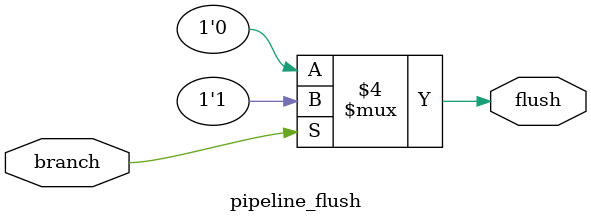
<source format=sv>
module pipeline_flush (
  input logic branch,
  output logic flush
);

  always_comb begin
    if (branch == 1'b1)
      flush = 1'b1;
    else
      flush = 1'b0;
  end

endmodule

</source>
